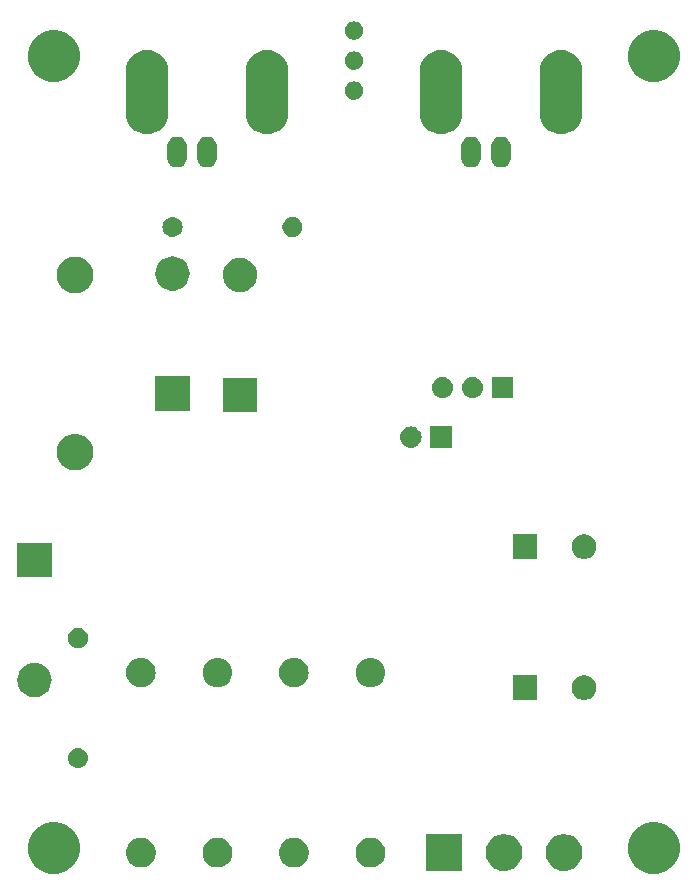
<source format=gbr>
G04 #@! TF.GenerationSoftware,KiCad,Pcbnew,(5.1.2)-2*
G04 #@! TF.CreationDate,2019-08-08T10:37:34+12:00*
G04 #@! TF.ProjectId,Shutter_Driver,53687574-7465-4725-9f44-72697665722e,rev?*
G04 #@! TF.SameCoordinates,Original*
G04 #@! TF.FileFunction,Soldermask,Bot*
G04 #@! TF.FilePolarity,Negative*
%FSLAX46Y46*%
G04 Gerber Fmt 4.6, Leading zero omitted, Abs format (unit mm)*
G04 Created by KiCad (PCBNEW (5.1.2)-2) date 2019-08-08 10:37:34*
%MOMM*%
%LPD*%
G04 APERTURE LIST*
%ADD10C,0.100000*%
G04 APERTURE END LIST*
D10*
G36*
X104274007Y-106341582D02*
G01*
X104674563Y-106507498D01*
X104674565Y-106507499D01*
X105035056Y-106748371D01*
X105341629Y-107054944D01*
X105582501Y-107415435D01*
X105582502Y-107415437D01*
X105748418Y-107815993D01*
X105833000Y-108241219D01*
X105833000Y-108674781D01*
X105748418Y-109100007D01*
X105669136Y-109291410D01*
X105582501Y-109500565D01*
X105341629Y-109861056D01*
X105035056Y-110167629D01*
X104674565Y-110408501D01*
X104674564Y-110408502D01*
X104674563Y-110408502D01*
X104274007Y-110574418D01*
X103848781Y-110659000D01*
X103415219Y-110659000D01*
X102989993Y-110574418D01*
X102589437Y-110408502D01*
X102589436Y-110408502D01*
X102589435Y-110408501D01*
X102228944Y-110167629D01*
X101922371Y-109861056D01*
X101681499Y-109500565D01*
X101594864Y-109291410D01*
X101515582Y-109100007D01*
X101431000Y-108674781D01*
X101431000Y-108241219D01*
X101515582Y-107815993D01*
X101681498Y-107415437D01*
X101681499Y-107415435D01*
X101922371Y-107054944D01*
X102228944Y-106748371D01*
X102589435Y-106507499D01*
X102589437Y-106507498D01*
X102989993Y-106341582D01*
X103415219Y-106257000D01*
X103848781Y-106257000D01*
X104274007Y-106341582D01*
X104274007Y-106341582D01*
G37*
G36*
X53474007Y-106341582D02*
G01*
X53874563Y-106507498D01*
X53874565Y-106507499D01*
X54235056Y-106748371D01*
X54541629Y-107054944D01*
X54782501Y-107415435D01*
X54782502Y-107415437D01*
X54948418Y-107815993D01*
X55033000Y-108241219D01*
X55033000Y-108674781D01*
X54948418Y-109100007D01*
X54869136Y-109291410D01*
X54782501Y-109500565D01*
X54541629Y-109861056D01*
X54235056Y-110167629D01*
X53874565Y-110408501D01*
X53874564Y-110408502D01*
X53874563Y-110408502D01*
X53474007Y-110574418D01*
X53048781Y-110659000D01*
X52615219Y-110659000D01*
X52189993Y-110574418D01*
X51789437Y-110408502D01*
X51789436Y-110408502D01*
X51789435Y-110408501D01*
X51428944Y-110167629D01*
X51122371Y-109861056D01*
X50881499Y-109500565D01*
X50794864Y-109291410D01*
X50715582Y-109100007D01*
X50631000Y-108674781D01*
X50631000Y-108241219D01*
X50715582Y-107815993D01*
X50881498Y-107415437D01*
X50881499Y-107415435D01*
X51122371Y-107054944D01*
X51428944Y-106748371D01*
X51789435Y-106507499D01*
X51789437Y-106507498D01*
X52189993Y-106341582D01*
X52615219Y-106257000D01*
X53048781Y-106257000D01*
X53474007Y-106341582D01*
X53474007Y-106341582D01*
G37*
G36*
X91234585Y-107317802D02*
G01*
X91384410Y-107347604D01*
X91666674Y-107464521D01*
X91920705Y-107634259D01*
X92136741Y-107850295D01*
X92306479Y-108104326D01*
X92423396Y-108386590D01*
X92423396Y-108386591D01*
X92480721Y-108674780D01*
X92483000Y-108686240D01*
X92483000Y-108991760D01*
X92423396Y-109291410D01*
X92306479Y-109573674D01*
X92136741Y-109827705D01*
X91920705Y-110043741D01*
X91666674Y-110213479D01*
X91384410Y-110330396D01*
X91234585Y-110360198D01*
X91084761Y-110390000D01*
X90779239Y-110390000D01*
X90629415Y-110360198D01*
X90479590Y-110330396D01*
X90197326Y-110213479D01*
X89943295Y-110043741D01*
X89727259Y-109827705D01*
X89557521Y-109573674D01*
X89440604Y-109291410D01*
X89381000Y-108991760D01*
X89381000Y-108686240D01*
X89383280Y-108674780D01*
X89440604Y-108386591D01*
X89440604Y-108386590D01*
X89557521Y-108104326D01*
X89727259Y-107850295D01*
X89943295Y-107634259D01*
X90197326Y-107464521D01*
X90479590Y-107347604D01*
X90629415Y-107317802D01*
X90779239Y-107288000D01*
X91084761Y-107288000D01*
X91234585Y-107317802D01*
X91234585Y-107317802D01*
G37*
G36*
X96314585Y-107317802D02*
G01*
X96464410Y-107347604D01*
X96746674Y-107464521D01*
X97000705Y-107634259D01*
X97216741Y-107850295D01*
X97386479Y-108104326D01*
X97503396Y-108386590D01*
X97503396Y-108386591D01*
X97560721Y-108674780D01*
X97563000Y-108686240D01*
X97563000Y-108991760D01*
X97503396Y-109291410D01*
X97386479Y-109573674D01*
X97216741Y-109827705D01*
X97000705Y-110043741D01*
X96746674Y-110213479D01*
X96464410Y-110330396D01*
X96314585Y-110360198D01*
X96164761Y-110390000D01*
X95859239Y-110390000D01*
X95709415Y-110360198D01*
X95559590Y-110330396D01*
X95277326Y-110213479D01*
X95023295Y-110043741D01*
X94807259Y-109827705D01*
X94637521Y-109573674D01*
X94520604Y-109291410D01*
X94461000Y-108991760D01*
X94461000Y-108686240D01*
X94463280Y-108674780D01*
X94520604Y-108386591D01*
X94520604Y-108386590D01*
X94637521Y-108104326D01*
X94807259Y-107850295D01*
X95023295Y-107634259D01*
X95277326Y-107464521D01*
X95559590Y-107347604D01*
X95709415Y-107317802D01*
X95859239Y-107288000D01*
X96164761Y-107288000D01*
X96314585Y-107317802D01*
X96314585Y-107317802D01*
G37*
G36*
X87403000Y-110390000D02*
G01*
X84301000Y-110390000D01*
X84301000Y-107288000D01*
X87403000Y-107288000D01*
X87403000Y-110390000D01*
X87403000Y-110390000D01*
G37*
G36*
X60553773Y-107634259D02*
G01*
X60562903Y-107636075D01*
X60790571Y-107730378D01*
X60995466Y-107867285D01*
X61169715Y-108041534D01*
X61303141Y-108241220D01*
X61306623Y-108246431D01*
X61400925Y-108474097D01*
X61449000Y-108715786D01*
X61449000Y-108962214D01*
X61400925Y-109203903D01*
X61364679Y-109291410D01*
X61306622Y-109431571D01*
X61169715Y-109636466D01*
X60995466Y-109810715D01*
X60790571Y-109947622D01*
X60790570Y-109947623D01*
X60790569Y-109947623D01*
X60562903Y-110041925D01*
X60321214Y-110090000D01*
X60074786Y-110090000D01*
X59833097Y-110041925D01*
X59605431Y-109947623D01*
X59605430Y-109947623D01*
X59605429Y-109947622D01*
X59400534Y-109810715D01*
X59226285Y-109636466D01*
X59089378Y-109431571D01*
X59031322Y-109291410D01*
X58995075Y-109203903D01*
X58947000Y-108962214D01*
X58947000Y-108715786D01*
X58995075Y-108474097D01*
X59089377Y-108246431D01*
X59092859Y-108241220D01*
X59226285Y-108041534D01*
X59400534Y-107867285D01*
X59605429Y-107730378D01*
X59833097Y-107636075D01*
X59842227Y-107634259D01*
X60074786Y-107588000D01*
X60321214Y-107588000D01*
X60553773Y-107634259D01*
X60553773Y-107634259D01*
G37*
G36*
X67030773Y-107634259D02*
G01*
X67039903Y-107636075D01*
X67267571Y-107730378D01*
X67472466Y-107867285D01*
X67646715Y-108041534D01*
X67780141Y-108241220D01*
X67783623Y-108246431D01*
X67877925Y-108474097D01*
X67926000Y-108715786D01*
X67926000Y-108962214D01*
X67877925Y-109203903D01*
X67841679Y-109291410D01*
X67783622Y-109431571D01*
X67646715Y-109636466D01*
X67472466Y-109810715D01*
X67267571Y-109947622D01*
X67267570Y-109947623D01*
X67267569Y-109947623D01*
X67039903Y-110041925D01*
X66798214Y-110090000D01*
X66551786Y-110090000D01*
X66310097Y-110041925D01*
X66082431Y-109947623D01*
X66082430Y-109947623D01*
X66082429Y-109947622D01*
X65877534Y-109810715D01*
X65703285Y-109636466D01*
X65566378Y-109431571D01*
X65508322Y-109291410D01*
X65472075Y-109203903D01*
X65424000Y-108962214D01*
X65424000Y-108715786D01*
X65472075Y-108474097D01*
X65566377Y-108246431D01*
X65569859Y-108241220D01*
X65703285Y-108041534D01*
X65877534Y-107867285D01*
X66082429Y-107730378D01*
X66310097Y-107636075D01*
X66319227Y-107634259D01*
X66551786Y-107588000D01*
X66798214Y-107588000D01*
X67030773Y-107634259D01*
X67030773Y-107634259D01*
G37*
G36*
X73507773Y-107634259D02*
G01*
X73516903Y-107636075D01*
X73744571Y-107730378D01*
X73949466Y-107867285D01*
X74123715Y-108041534D01*
X74257141Y-108241220D01*
X74260623Y-108246431D01*
X74354925Y-108474097D01*
X74403000Y-108715786D01*
X74403000Y-108962214D01*
X74354925Y-109203903D01*
X74318679Y-109291410D01*
X74260622Y-109431571D01*
X74123715Y-109636466D01*
X73949466Y-109810715D01*
X73744571Y-109947622D01*
X73744570Y-109947623D01*
X73744569Y-109947623D01*
X73516903Y-110041925D01*
X73275214Y-110090000D01*
X73028786Y-110090000D01*
X72787097Y-110041925D01*
X72559431Y-109947623D01*
X72559430Y-109947623D01*
X72559429Y-109947622D01*
X72354534Y-109810715D01*
X72180285Y-109636466D01*
X72043378Y-109431571D01*
X71985322Y-109291410D01*
X71949075Y-109203903D01*
X71901000Y-108962214D01*
X71901000Y-108715786D01*
X71949075Y-108474097D01*
X72043377Y-108246431D01*
X72046859Y-108241220D01*
X72180285Y-108041534D01*
X72354534Y-107867285D01*
X72559429Y-107730378D01*
X72787097Y-107636075D01*
X72796227Y-107634259D01*
X73028786Y-107588000D01*
X73275214Y-107588000D01*
X73507773Y-107634259D01*
X73507773Y-107634259D01*
G37*
G36*
X79984773Y-107634259D02*
G01*
X79993903Y-107636075D01*
X80221571Y-107730378D01*
X80426466Y-107867285D01*
X80600715Y-108041534D01*
X80734141Y-108241220D01*
X80737623Y-108246431D01*
X80831925Y-108474097D01*
X80880000Y-108715786D01*
X80880000Y-108962214D01*
X80831925Y-109203903D01*
X80795679Y-109291410D01*
X80737622Y-109431571D01*
X80600715Y-109636466D01*
X80426466Y-109810715D01*
X80221571Y-109947622D01*
X80221570Y-109947623D01*
X80221569Y-109947623D01*
X79993903Y-110041925D01*
X79752214Y-110090000D01*
X79505786Y-110090000D01*
X79264097Y-110041925D01*
X79036431Y-109947623D01*
X79036430Y-109947623D01*
X79036429Y-109947622D01*
X78831534Y-109810715D01*
X78657285Y-109636466D01*
X78520378Y-109431571D01*
X78462322Y-109291410D01*
X78426075Y-109203903D01*
X78378000Y-108962214D01*
X78378000Y-108715786D01*
X78426075Y-108474097D01*
X78520377Y-108246431D01*
X78523859Y-108241220D01*
X78657285Y-108041534D01*
X78831534Y-107867285D01*
X79036429Y-107730378D01*
X79264097Y-107636075D01*
X79273227Y-107634259D01*
X79505786Y-107588000D01*
X79752214Y-107588000D01*
X79984773Y-107634259D01*
X79984773Y-107634259D01*
G37*
G36*
X55030823Y-99999313D02*
G01*
X55191242Y-100047976D01*
X55323906Y-100118886D01*
X55339078Y-100126996D01*
X55468659Y-100233341D01*
X55575004Y-100362922D01*
X55575005Y-100362924D01*
X55654024Y-100510758D01*
X55702687Y-100671177D01*
X55719117Y-100838000D01*
X55702687Y-101004823D01*
X55654024Y-101165242D01*
X55583114Y-101297906D01*
X55575004Y-101313078D01*
X55468659Y-101442659D01*
X55339078Y-101549004D01*
X55339076Y-101549005D01*
X55191242Y-101628024D01*
X55030823Y-101676687D01*
X54905804Y-101689000D01*
X54822196Y-101689000D01*
X54697177Y-101676687D01*
X54536758Y-101628024D01*
X54388924Y-101549005D01*
X54388922Y-101549004D01*
X54259341Y-101442659D01*
X54152996Y-101313078D01*
X54144886Y-101297906D01*
X54073976Y-101165242D01*
X54025313Y-101004823D01*
X54008883Y-100838000D01*
X54025313Y-100671177D01*
X54073976Y-100510758D01*
X54152995Y-100362924D01*
X54152996Y-100362922D01*
X54259341Y-100233341D01*
X54388922Y-100126996D01*
X54404094Y-100118886D01*
X54536758Y-100047976D01*
X54697177Y-99999313D01*
X54822196Y-99987000D01*
X54905804Y-99987000D01*
X55030823Y-99999313D01*
X55030823Y-99999313D01*
G37*
G36*
X98016564Y-93858389D02*
G01*
X98207833Y-93937615D01*
X98207835Y-93937616D01*
X98225701Y-93949554D01*
X98379973Y-94052635D01*
X98526365Y-94199027D01*
X98641385Y-94371167D01*
X98720611Y-94562436D01*
X98761000Y-94765484D01*
X98761000Y-94972516D01*
X98720611Y-95175564D01*
X98683575Y-95264976D01*
X98641384Y-95366835D01*
X98526365Y-95538973D01*
X98379973Y-95685365D01*
X98207835Y-95800384D01*
X98207834Y-95800385D01*
X98207833Y-95800385D01*
X98016564Y-95879611D01*
X97813516Y-95920000D01*
X97606484Y-95920000D01*
X97403436Y-95879611D01*
X97212167Y-95800385D01*
X97212166Y-95800385D01*
X97212165Y-95800384D01*
X97040027Y-95685365D01*
X96893635Y-95538973D01*
X96778616Y-95366835D01*
X96736425Y-95264976D01*
X96699389Y-95175564D01*
X96659000Y-94972516D01*
X96659000Y-94765484D01*
X96699389Y-94562436D01*
X96778615Y-94371167D01*
X96893635Y-94199027D01*
X97040027Y-94052635D01*
X97194299Y-93949554D01*
X97212165Y-93937616D01*
X97212167Y-93937615D01*
X97403436Y-93858389D01*
X97606484Y-93818000D01*
X97813516Y-93818000D01*
X98016564Y-93858389D01*
X98016564Y-93858389D01*
G37*
G36*
X93761000Y-95920000D02*
G01*
X91659000Y-95920000D01*
X91659000Y-93818000D01*
X93761000Y-93818000D01*
X93761000Y-95920000D01*
X93761000Y-95920000D01*
G37*
G36*
X51358861Y-92793498D02*
G01*
X51465446Y-92803995D01*
X51738960Y-92886965D01*
X51738963Y-92886966D01*
X51991028Y-93021698D01*
X51991029Y-93021699D01*
X51991033Y-93021701D01*
X52211976Y-93203024D01*
X52393299Y-93423967D01*
X52393301Y-93423971D01*
X52393302Y-93423972D01*
X52528034Y-93676037D01*
X52528035Y-93676040D01*
X52611005Y-93949554D01*
X52639020Y-94234000D01*
X52611005Y-94518446D01*
X52537619Y-94760366D01*
X52528034Y-94791963D01*
X52497012Y-94850000D01*
X52393299Y-95044033D01*
X52211976Y-95264976D01*
X51991033Y-95446299D01*
X51991029Y-95446301D01*
X51991028Y-95446302D01*
X51738963Y-95581034D01*
X51738960Y-95581035D01*
X51465446Y-95664005D01*
X51358861Y-95674502D01*
X51252278Y-95685000D01*
X51109722Y-95685000D01*
X51003139Y-95674502D01*
X50896554Y-95664005D01*
X50623040Y-95581035D01*
X50623037Y-95581034D01*
X50370972Y-95446302D01*
X50370971Y-95446301D01*
X50370967Y-95446299D01*
X50150024Y-95264976D01*
X49968701Y-95044033D01*
X49864988Y-94850000D01*
X49833966Y-94791963D01*
X49824381Y-94760366D01*
X49750995Y-94518446D01*
X49722980Y-94234000D01*
X49750995Y-93949554D01*
X49833965Y-93676040D01*
X49833966Y-93676037D01*
X49968698Y-93423972D01*
X49968699Y-93423971D01*
X49968701Y-93423967D01*
X50150024Y-93203024D01*
X50370967Y-93021701D01*
X50370971Y-93021699D01*
X50370972Y-93021698D01*
X50623037Y-92886966D01*
X50623040Y-92886965D01*
X50896554Y-92803995D01*
X51003139Y-92793498D01*
X51109722Y-92783000D01*
X51252278Y-92783000D01*
X51358861Y-92793498D01*
X51358861Y-92793498D01*
G37*
G36*
X79874239Y-92366101D02*
G01*
X80110053Y-92437634D01*
X80327381Y-92553799D01*
X80517871Y-92710129D01*
X80674201Y-92900619D01*
X80790366Y-93117947D01*
X80861899Y-93353761D01*
X80886053Y-93599000D01*
X80861899Y-93844239D01*
X80790366Y-94080053D01*
X80674201Y-94297381D01*
X80517871Y-94487871D01*
X80327381Y-94644201D01*
X80110053Y-94760366D01*
X79874239Y-94831899D01*
X79690457Y-94850000D01*
X79567543Y-94850000D01*
X79383761Y-94831899D01*
X79147947Y-94760366D01*
X78930619Y-94644201D01*
X78740129Y-94487871D01*
X78583799Y-94297381D01*
X78467634Y-94080053D01*
X78396101Y-93844239D01*
X78371947Y-93599000D01*
X78396101Y-93353761D01*
X78467634Y-93117947D01*
X78583799Y-92900619D01*
X78740129Y-92710129D01*
X78930619Y-92553799D01*
X79147947Y-92437634D01*
X79383761Y-92366101D01*
X79567543Y-92348000D01*
X79690457Y-92348000D01*
X79874239Y-92366101D01*
X79874239Y-92366101D01*
G37*
G36*
X60443239Y-92366101D02*
G01*
X60679053Y-92437634D01*
X60896381Y-92553799D01*
X61086871Y-92710129D01*
X61243201Y-92900619D01*
X61359366Y-93117947D01*
X61430899Y-93353761D01*
X61455053Y-93599000D01*
X61430899Y-93844239D01*
X61359366Y-94080053D01*
X61243201Y-94297381D01*
X61086871Y-94487871D01*
X60896381Y-94644201D01*
X60679053Y-94760366D01*
X60443239Y-94831899D01*
X60259457Y-94850000D01*
X60136543Y-94850000D01*
X59952761Y-94831899D01*
X59716947Y-94760366D01*
X59499619Y-94644201D01*
X59309129Y-94487871D01*
X59152799Y-94297381D01*
X59036634Y-94080053D01*
X58965101Y-93844239D01*
X58940947Y-93599000D01*
X58965101Y-93353761D01*
X59036634Y-93117947D01*
X59152799Y-92900619D01*
X59309129Y-92710129D01*
X59499619Y-92553799D01*
X59716947Y-92437634D01*
X59952761Y-92366101D01*
X60136543Y-92348000D01*
X60259457Y-92348000D01*
X60443239Y-92366101D01*
X60443239Y-92366101D01*
G37*
G36*
X66920239Y-92366101D02*
G01*
X67156053Y-92437634D01*
X67373381Y-92553799D01*
X67563871Y-92710129D01*
X67720201Y-92900619D01*
X67836366Y-93117947D01*
X67907899Y-93353761D01*
X67932053Y-93599000D01*
X67907899Y-93844239D01*
X67836366Y-94080053D01*
X67720201Y-94297381D01*
X67563871Y-94487871D01*
X67373381Y-94644201D01*
X67156053Y-94760366D01*
X66920239Y-94831899D01*
X66736457Y-94850000D01*
X66613543Y-94850000D01*
X66429761Y-94831899D01*
X66193947Y-94760366D01*
X65976619Y-94644201D01*
X65786129Y-94487871D01*
X65629799Y-94297381D01*
X65513634Y-94080053D01*
X65442101Y-93844239D01*
X65417947Y-93599000D01*
X65442101Y-93353761D01*
X65513634Y-93117947D01*
X65629799Y-92900619D01*
X65786129Y-92710129D01*
X65976619Y-92553799D01*
X66193947Y-92437634D01*
X66429761Y-92366101D01*
X66613543Y-92348000D01*
X66736457Y-92348000D01*
X66920239Y-92366101D01*
X66920239Y-92366101D01*
G37*
G36*
X73397239Y-92366101D02*
G01*
X73633053Y-92437634D01*
X73850381Y-92553799D01*
X74040871Y-92710129D01*
X74197201Y-92900619D01*
X74313366Y-93117947D01*
X74384899Y-93353761D01*
X74409053Y-93599000D01*
X74384899Y-93844239D01*
X74313366Y-94080053D01*
X74197201Y-94297381D01*
X74040871Y-94487871D01*
X73850381Y-94644201D01*
X73633053Y-94760366D01*
X73397239Y-94831899D01*
X73213457Y-94850000D01*
X73090543Y-94850000D01*
X72906761Y-94831899D01*
X72670947Y-94760366D01*
X72453619Y-94644201D01*
X72263129Y-94487871D01*
X72106799Y-94297381D01*
X71990634Y-94080053D01*
X71919101Y-93844239D01*
X71894947Y-93599000D01*
X71919101Y-93353761D01*
X71990634Y-93117947D01*
X72106799Y-92900619D01*
X72263129Y-92710129D01*
X72453619Y-92553799D01*
X72670947Y-92437634D01*
X72906761Y-92366101D01*
X73090543Y-92348000D01*
X73213457Y-92348000D01*
X73397239Y-92366101D01*
X73397239Y-92366101D01*
G37*
G36*
X55112228Y-89859703D02*
G01*
X55267100Y-89923853D01*
X55406481Y-90016985D01*
X55525015Y-90135519D01*
X55618147Y-90274900D01*
X55682297Y-90429772D01*
X55715000Y-90594184D01*
X55715000Y-90761816D01*
X55682297Y-90926228D01*
X55618147Y-91081100D01*
X55525015Y-91220481D01*
X55406481Y-91339015D01*
X55267100Y-91432147D01*
X55112228Y-91496297D01*
X54947816Y-91529000D01*
X54780184Y-91529000D01*
X54615772Y-91496297D01*
X54460900Y-91432147D01*
X54321519Y-91339015D01*
X54202985Y-91220481D01*
X54109853Y-91081100D01*
X54045703Y-90926228D01*
X54013000Y-90761816D01*
X54013000Y-90594184D01*
X54045703Y-90429772D01*
X54109853Y-90274900D01*
X54202985Y-90135519D01*
X54321519Y-90016985D01*
X54460900Y-89923853D01*
X54615772Y-89859703D01*
X54780184Y-89827000D01*
X54947816Y-89827000D01*
X55112228Y-89859703D01*
X55112228Y-89859703D01*
G37*
G36*
X52632000Y-85525000D02*
G01*
X49730000Y-85525000D01*
X49730000Y-82623000D01*
X52632000Y-82623000D01*
X52632000Y-85525000D01*
X52632000Y-85525000D01*
G37*
G36*
X93761000Y-83982000D02*
G01*
X91659000Y-83982000D01*
X91659000Y-81880000D01*
X93761000Y-81880000D01*
X93761000Y-83982000D01*
X93761000Y-83982000D01*
G37*
G36*
X98016564Y-81920389D02*
G01*
X98207833Y-81999615D01*
X98207835Y-81999616D01*
X98379973Y-82114635D01*
X98526365Y-82261027D01*
X98641385Y-82433167D01*
X98720611Y-82624436D01*
X98761000Y-82827484D01*
X98761000Y-83034516D01*
X98720611Y-83237564D01*
X98641385Y-83428833D01*
X98641384Y-83428835D01*
X98526365Y-83600973D01*
X98379973Y-83747365D01*
X98207835Y-83862384D01*
X98207834Y-83862385D01*
X98207833Y-83862385D01*
X98016564Y-83941611D01*
X97813516Y-83982000D01*
X97606484Y-83982000D01*
X97403436Y-83941611D01*
X97212167Y-83862385D01*
X97212166Y-83862385D01*
X97212165Y-83862384D01*
X97040027Y-83747365D01*
X96893635Y-83600973D01*
X96778616Y-83428835D01*
X96778615Y-83428833D01*
X96699389Y-83237564D01*
X96659000Y-83034516D01*
X96659000Y-82827484D01*
X96699389Y-82624436D01*
X96778615Y-82433167D01*
X96893635Y-82261027D01*
X97040027Y-82114635D01*
X97212165Y-81999616D01*
X97212167Y-81999615D01*
X97403436Y-81920389D01*
X97606484Y-81880000D01*
X97813516Y-81880000D01*
X98016564Y-81920389D01*
X98016564Y-81920389D01*
G37*
G36*
X54912585Y-73415802D02*
G01*
X55062410Y-73445604D01*
X55344674Y-73562521D01*
X55598705Y-73732259D01*
X55814741Y-73948295D01*
X55984479Y-74202326D01*
X56101396Y-74484590D01*
X56161000Y-74784240D01*
X56161000Y-75089760D01*
X56101396Y-75389410D01*
X55984479Y-75671674D01*
X55814741Y-75925705D01*
X55598705Y-76141741D01*
X55344674Y-76311479D01*
X55062410Y-76428396D01*
X54912585Y-76458198D01*
X54762761Y-76488000D01*
X54457239Y-76488000D01*
X54307415Y-76458198D01*
X54157590Y-76428396D01*
X53875326Y-76311479D01*
X53621295Y-76141741D01*
X53405259Y-75925705D01*
X53235521Y-75671674D01*
X53118604Y-75389410D01*
X53059000Y-75089760D01*
X53059000Y-74784240D01*
X53118604Y-74484590D01*
X53235521Y-74202326D01*
X53405259Y-73948295D01*
X53621295Y-73732259D01*
X53875326Y-73562521D01*
X54157590Y-73445604D01*
X54307415Y-73415802D01*
X54457239Y-73386000D01*
X54762761Y-73386000D01*
X54912585Y-73415802D01*
X54912585Y-73415802D01*
G37*
G36*
X83168442Y-72765518D02*
G01*
X83234627Y-72772037D01*
X83404466Y-72823557D01*
X83560991Y-72907222D01*
X83596729Y-72936552D01*
X83698186Y-73019814D01*
X83781448Y-73121271D01*
X83810778Y-73157009D01*
X83894443Y-73313534D01*
X83945963Y-73483373D01*
X83963359Y-73660000D01*
X83945963Y-73836627D01*
X83894443Y-74006466D01*
X83810778Y-74162991D01*
X83781448Y-74198729D01*
X83698186Y-74300186D01*
X83596729Y-74383448D01*
X83560991Y-74412778D01*
X83404466Y-74496443D01*
X83234627Y-74547963D01*
X83168442Y-74554482D01*
X83102260Y-74561000D01*
X83013740Y-74561000D01*
X82947558Y-74554482D01*
X82881373Y-74547963D01*
X82711534Y-74496443D01*
X82555009Y-74412778D01*
X82519271Y-74383448D01*
X82417814Y-74300186D01*
X82334552Y-74198729D01*
X82305222Y-74162991D01*
X82221557Y-74006466D01*
X82170037Y-73836627D01*
X82152641Y-73660000D01*
X82170037Y-73483373D01*
X82221557Y-73313534D01*
X82305222Y-73157009D01*
X82334552Y-73121271D01*
X82417814Y-73019814D01*
X82519271Y-72936552D01*
X82555009Y-72907222D01*
X82711534Y-72823557D01*
X82881373Y-72772037D01*
X82947558Y-72765518D01*
X83013740Y-72759000D01*
X83102260Y-72759000D01*
X83168442Y-72765518D01*
X83168442Y-72765518D01*
G37*
G36*
X86499000Y-74561000D02*
G01*
X84697000Y-74561000D01*
X84697000Y-72759000D01*
X86499000Y-72759000D01*
X86499000Y-74561000D01*
X86499000Y-74561000D01*
G37*
G36*
X70031000Y-71555000D02*
G01*
X67129000Y-71555000D01*
X67129000Y-68653000D01*
X70031000Y-68653000D01*
X70031000Y-71555000D01*
X70031000Y-71555000D01*
G37*
G36*
X64316000Y-71428000D02*
G01*
X61414000Y-71428000D01*
X61414000Y-68526000D01*
X64316000Y-68526000D01*
X64316000Y-71428000D01*
X64316000Y-71428000D01*
G37*
G36*
X91706000Y-70370000D02*
G01*
X89904000Y-70370000D01*
X89904000Y-68568000D01*
X91706000Y-68568000D01*
X91706000Y-70370000D01*
X91706000Y-70370000D01*
G37*
G36*
X88375442Y-68574518D02*
G01*
X88441627Y-68581037D01*
X88611466Y-68632557D01*
X88767991Y-68716222D01*
X88803729Y-68745552D01*
X88905186Y-68828814D01*
X88988448Y-68930271D01*
X89017778Y-68966009D01*
X89101443Y-69122534D01*
X89152963Y-69292373D01*
X89170359Y-69469000D01*
X89152963Y-69645627D01*
X89101443Y-69815466D01*
X89017778Y-69971991D01*
X88988448Y-70007729D01*
X88905186Y-70109186D01*
X88803729Y-70192448D01*
X88767991Y-70221778D01*
X88611466Y-70305443D01*
X88441627Y-70356963D01*
X88375443Y-70363481D01*
X88309260Y-70370000D01*
X88220740Y-70370000D01*
X88154557Y-70363481D01*
X88088373Y-70356963D01*
X87918534Y-70305443D01*
X87762009Y-70221778D01*
X87726271Y-70192448D01*
X87624814Y-70109186D01*
X87541552Y-70007729D01*
X87512222Y-69971991D01*
X87428557Y-69815466D01*
X87377037Y-69645627D01*
X87359641Y-69469000D01*
X87377037Y-69292373D01*
X87428557Y-69122534D01*
X87512222Y-68966009D01*
X87541552Y-68930271D01*
X87624814Y-68828814D01*
X87726271Y-68745552D01*
X87762009Y-68716222D01*
X87918534Y-68632557D01*
X88088373Y-68581037D01*
X88154558Y-68574518D01*
X88220740Y-68568000D01*
X88309260Y-68568000D01*
X88375442Y-68574518D01*
X88375442Y-68574518D01*
G37*
G36*
X85835442Y-68574518D02*
G01*
X85901627Y-68581037D01*
X86071466Y-68632557D01*
X86227991Y-68716222D01*
X86263729Y-68745552D01*
X86365186Y-68828814D01*
X86448448Y-68930271D01*
X86477778Y-68966009D01*
X86561443Y-69122534D01*
X86612963Y-69292373D01*
X86630359Y-69469000D01*
X86612963Y-69645627D01*
X86561443Y-69815466D01*
X86477778Y-69971991D01*
X86448448Y-70007729D01*
X86365186Y-70109186D01*
X86263729Y-70192448D01*
X86227991Y-70221778D01*
X86071466Y-70305443D01*
X85901627Y-70356963D01*
X85835443Y-70363481D01*
X85769260Y-70370000D01*
X85680740Y-70370000D01*
X85614557Y-70363481D01*
X85548373Y-70356963D01*
X85378534Y-70305443D01*
X85222009Y-70221778D01*
X85186271Y-70192448D01*
X85084814Y-70109186D01*
X85001552Y-70007729D01*
X84972222Y-69971991D01*
X84888557Y-69815466D01*
X84837037Y-69645627D01*
X84819641Y-69469000D01*
X84837037Y-69292373D01*
X84888557Y-69122534D01*
X84972222Y-68966009D01*
X85001552Y-68930271D01*
X85084814Y-68828814D01*
X85186271Y-68745552D01*
X85222009Y-68716222D01*
X85378534Y-68632557D01*
X85548373Y-68581037D01*
X85614558Y-68574518D01*
X85680740Y-68568000D01*
X85769260Y-68568000D01*
X85835442Y-68574518D01*
X85835442Y-68574518D01*
G37*
G36*
X54912585Y-58415802D02*
G01*
X55062410Y-58445604D01*
X55344674Y-58562521D01*
X55598705Y-58732259D01*
X55814741Y-58948295D01*
X55984479Y-59202326D01*
X56101396Y-59484590D01*
X56161000Y-59784240D01*
X56161000Y-60089760D01*
X56101396Y-60389410D01*
X55984479Y-60671674D01*
X55814741Y-60925705D01*
X55598705Y-61141741D01*
X55344674Y-61311479D01*
X55062410Y-61428396D01*
X54912585Y-61458198D01*
X54762761Y-61488000D01*
X54457239Y-61488000D01*
X54307415Y-61458198D01*
X54157590Y-61428396D01*
X53875326Y-61311479D01*
X53621295Y-61141741D01*
X53405259Y-60925705D01*
X53235521Y-60671674D01*
X53118604Y-60389410D01*
X53059000Y-60089760D01*
X53059000Y-59784240D01*
X53118604Y-59484590D01*
X53235521Y-59202326D01*
X53405259Y-58948295D01*
X53621295Y-58732259D01*
X53875326Y-58562521D01*
X54157590Y-58445604D01*
X54307415Y-58415802D01*
X54457239Y-58386000D01*
X54762761Y-58386000D01*
X54912585Y-58415802D01*
X54912585Y-58415802D01*
G37*
G36*
X68757861Y-58503497D02*
G01*
X68864446Y-58513995D01*
X69137960Y-58596965D01*
X69137963Y-58596966D01*
X69390028Y-58731698D01*
X69390029Y-58731699D01*
X69390033Y-58731701D01*
X69610976Y-58913024D01*
X69792299Y-59133967D01*
X69792301Y-59133971D01*
X69792302Y-59133972D01*
X69927034Y-59386037D01*
X69927035Y-59386040D01*
X70010005Y-59659554D01*
X70038020Y-59944000D01*
X70010005Y-60228446D01*
X69965560Y-60374960D01*
X69927034Y-60501963D01*
X69860185Y-60627028D01*
X69792299Y-60754033D01*
X69610976Y-60974976D01*
X69390033Y-61156299D01*
X69390029Y-61156301D01*
X69390028Y-61156302D01*
X69137963Y-61291034D01*
X69137960Y-61291035D01*
X68864446Y-61374005D01*
X68757861Y-61384502D01*
X68651278Y-61395000D01*
X68508722Y-61395000D01*
X68402139Y-61384502D01*
X68295554Y-61374005D01*
X68022040Y-61291035D01*
X68022037Y-61291034D01*
X67769972Y-61156302D01*
X67769971Y-61156301D01*
X67769967Y-61156299D01*
X67549024Y-60974976D01*
X67367701Y-60754033D01*
X67299815Y-60627028D01*
X67232966Y-60501963D01*
X67194440Y-60374960D01*
X67149995Y-60228446D01*
X67121980Y-59944000D01*
X67149995Y-59659554D01*
X67232965Y-59386040D01*
X67232966Y-59386037D01*
X67367698Y-59133972D01*
X67367699Y-59133971D01*
X67367701Y-59133967D01*
X67549024Y-58913024D01*
X67769967Y-58731701D01*
X67769971Y-58731699D01*
X67769972Y-58731698D01*
X68022037Y-58596966D01*
X68022040Y-58596965D01*
X68295554Y-58513995D01*
X68402139Y-58503497D01*
X68508722Y-58493000D01*
X68651278Y-58493000D01*
X68757861Y-58503497D01*
X68757861Y-58503497D01*
G37*
G36*
X63042861Y-58376498D02*
G01*
X63149446Y-58386995D01*
X63422960Y-58469965D01*
X63422963Y-58469966D01*
X63675028Y-58604698D01*
X63675029Y-58604699D01*
X63675033Y-58604701D01*
X63895976Y-58786024D01*
X64077299Y-59006967D01*
X64077301Y-59006971D01*
X64077302Y-59006972D01*
X64212034Y-59259037D01*
X64212035Y-59259040D01*
X64295005Y-59532554D01*
X64323020Y-59817000D01*
X64295005Y-60101446D01*
X64212035Y-60374960D01*
X64212034Y-60374963D01*
X64077302Y-60627028D01*
X64077299Y-60627033D01*
X63895976Y-60847976D01*
X63675033Y-61029299D01*
X63675029Y-61029301D01*
X63675028Y-61029302D01*
X63422963Y-61164034D01*
X63422960Y-61164035D01*
X63149446Y-61247005D01*
X63042861Y-61257502D01*
X62936278Y-61268000D01*
X62793722Y-61268000D01*
X62687139Y-61257502D01*
X62580554Y-61247005D01*
X62307040Y-61164035D01*
X62307037Y-61164034D01*
X62054972Y-61029302D01*
X62054971Y-61029301D01*
X62054967Y-61029299D01*
X61834024Y-60847976D01*
X61652701Y-60627033D01*
X61652698Y-60627028D01*
X61517966Y-60374963D01*
X61517965Y-60374960D01*
X61434995Y-60101446D01*
X61406980Y-59817000D01*
X61434995Y-59532554D01*
X61517965Y-59259040D01*
X61517966Y-59259037D01*
X61652698Y-59006972D01*
X61652699Y-59006971D01*
X61652701Y-59006967D01*
X61834024Y-58786024D01*
X62054967Y-58604701D01*
X62054971Y-58604699D01*
X62054972Y-58604698D01*
X62307037Y-58469966D01*
X62307040Y-58469965D01*
X62580554Y-58386995D01*
X62687139Y-58376498D01*
X62793722Y-58366000D01*
X62936278Y-58366000D01*
X63042861Y-58376498D01*
X63042861Y-58376498D01*
G37*
G36*
X73273228Y-55061703D02*
G01*
X73428100Y-55125853D01*
X73567481Y-55218985D01*
X73686015Y-55337519D01*
X73779147Y-55476900D01*
X73843297Y-55631772D01*
X73876000Y-55796184D01*
X73876000Y-55963816D01*
X73843297Y-56128228D01*
X73779147Y-56283100D01*
X73686015Y-56422481D01*
X73567481Y-56541015D01*
X73428100Y-56634147D01*
X73273228Y-56698297D01*
X73108816Y-56731000D01*
X72941184Y-56731000D01*
X72776772Y-56698297D01*
X72621900Y-56634147D01*
X72482519Y-56541015D01*
X72363985Y-56422481D01*
X72270853Y-56283100D01*
X72206703Y-56128228D01*
X72174000Y-55963816D01*
X72174000Y-55796184D01*
X72206703Y-55631772D01*
X72270853Y-55476900D01*
X72363985Y-55337519D01*
X72482519Y-55218985D01*
X72621900Y-55125853D01*
X72776772Y-55061703D01*
X72941184Y-55029000D01*
X73108816Y-55029000D01*
X73273228Y-55061703D01*
X73273228Y-55061703D01*
G37*
G36*
X63031823Y-55041313D02*
G01*
X63192242Y-55089976D01*
X63259361Y-55125852D01*
X63340078Y-55168996D01*
X63469659Y-55275341D01*
X63576004Y-55404922D01*
X63576005Y-55404924D01*
X63655024Y-55552758D01*
X63703687Y-55713177D01*
X63720117Y-55880000D01*
X63703687Y-56046823D01*
X63655024Y-56207242D01*
X63614477Y-56283100D01*
X63576004Y-56355078D01*
X63469659Y-56484659D01*
X63340078Y-56591004D01*
X63340076Y-56591005D01*
X63192242Y-56670024D01*
X63031823Y-56718687D01*
X62906804Y-56731000D01*
X62823196Y-56731000D01*
X62698177Y-56718687D01*
X62537758Y-56670024D01*
X62389924Y-56591005D01*
X62389922Y-56591004D01*
X62260341Y-56484659D01*
X62153996Y-56355078D01*
X62115523Y-56283100D01*
X62074976Y-56207242D01*
X62026313Y-56046823D01*
X62009883Y-55880000D01*
X62026313Y-55713177D01*
X62074976Y-55552758D01*
X62153995Y-55404924D01*
X62153996Y-55404922D01*
X62260341Y-55275341D01*
X62389922Y-55168996D01*
X62470639Y-55125852D01*
X62537758Y-55089976D01*
X62698177Y-55041313D01*
X62823196Y-55029000D01*
X62906804Y-55029000D01*
X63031823Y-55041313D01*
X63031823Y-55041313D01*
G37*
G36*
X90844822Y-48241313D02*
G01*
X91005241Y-48289976D01*
X91153077Y-48368995D01*
X91282659Y-48475341D01*
X91389004Y-48604922D01*
X91389005Y-48604924D01*
X91468024Y-48752758D01*
X91516687Y-48913177D01*
X91529000Y-49038196D01*
X91529000Y-50021803D01*
X91516687Y-50146823D01*
X91468024Y-50307242D01*
X91397114Y-50439906D01*
X91389004Y-50455078D01*
X91282659Y-50584659D01*
X91153078Y-50691004D01*
X91153076Y-50691005D01*
X91005242Y-50770024D01*
X90844823Y-50818687D01*
X90678000Y-50835117D01*
X90511178Y-50818687D01*
X90350759Y-50770024D01*
X90202925Y-50691005D01*
X90202923Y-50691004D01*
X90073342Y-50584659D01*
X89966997Y-50455078D01*
X89958887Y-50439906D01*
X89887977Y-50307242D01*
X89839314Y-50146823D01*
X89827000Y-50021803D01*
X89827000Y-49038197D01*
X89839313Y-48913178D01*
X89887976Y-48752759D01*
X89966995Y-48604923D01*
X90073341Y-48475341D01*
X90202922Y-48368996D01*
X90218094Y-48360886D01*
X90350758Y-48289976D01*
X90511177Y-48241313D01*
X90678000Y-48224883D01*
X90844822Y-48241313D01*
X90844822Y-48241313D01*
G37*
G36*
X65952822Y-48241313D02*
G01*
X66113241Y-48289976D01*
X66261077Y-48368995D01*
X66390659Y-48475341D01*
X66497004Y-48604922D01*
X66497005Y-48604924D01*
X66576024Y-48752758D01*
X66624687Y-48913177D01*
X66637000Y-49038196D01*
X66637000Y-50021803D01*
X66624687Y-50146823D01*
X66576024Y-50307242D01*
X66505114Y-50439906D01*
X66497004Y-50455078D01*
X66390659Y-50584659D01*
X66261078Y-50691004D01*
X66261076Y-50691005D01*
X66113242Y-50770024D01*
X65952823Y-50818687D01*
X65786000Y-50835117D01*
X65619178Y-50818687D01*
X65458759Y-50770024D01*
X65310925Y-50691005D01*
X65310923Y-50691004D01*
X65181342Y-50584659D01*
X65074997Y-50455078D01*
X65066887Y-50439906D01*
X64995977Y-50307242D01*
X64947314Y-50146823D01*
X64935000Y-50021803D01*
X64935000Y-49038197D01*
X64947313Y-48913178D01*
X64995976Y-48752759D01*
X65074995Y-48604923D01*
X65181341Y-48475341D01*
X65310922Y-48368996D01*
X65326094Y-48360886D01*
X65458758Y-48289976D01*
X65619177Y-48241313D01*
X65786000Y-48224883D01*
X65952822Y-48241313D01*
X65952822Y-48241313D01*
G37*
G36*
X63412822Y-48241313D02*
G01*
X63573241Y-48289976D01*
X63721077Y-48368995D01*
X63850659Y-48475341D01*
X63957004Y-48604922D01*
X63957005Y-48604924D01*
X64036024Y-48752758D01*
X64084687Y-48913177D01*
X64097000Y-49038196D01*
X64097000Y-50021803D01*
X64084687Y-50146823D01*
X64036024Y-50307242D01*
X63965114Y-50439906D01*
X63957004Y-50455078D01*
X63850659Y-50584659D01*
X63721078Y-50691004D01*
X63721076Y-50691005D01*
X63573242Y-50770024D01*
X63412823Y-50818687D01*
X63246000Y-50835117D01*
X63079178Y-50818687D01*
X62918759Y-50770024D01*
X62770925Y-50691005D01*
X62770923Y-50691004D01*
X62641342Y-50584659D01*
X62534997Y-50455078D01*
X62526887Y-50439906D01*
X62455977Y-50307242D01*
X62407314Y-50146823D01*
X62395000Y-50021803D01*
X62395000Y-49038197D01*
X62407313Y-48913178D01*
X62455976Y-48752759D01*
X62534995Y-48604923D01*
X62641341Y-48475341D01*
X62770922Y-48368996D01*
X62786094Y-48360886D01*
X62918758Y-48289976D01*
X63079177Y-48241313D01*
X63246000Y-48224883D01*
X63412822Y-48241313D01*
X63412822Y-48241313D01*
G37*
G36*
X88304822Y-48241313D02*
G01*
X88465241Y-48289976D01*
X88613077Y-48368995D01*
X88742659Y-48475341D01*
X88849004Y-48604922D01*
X88849005Y-48604924D01*
X88928024Y-48752758D01*
X88976687Y-48913177D01*
X88989000Y-49038196D01*
X88989000Y-50021803D01*
X88976687Y-50146823D01*
X88928024Y-50307242D01*
X88857114Y-50439906D01*
X88849004Y-50455078D01*
X88742659Y-50584659D01*
X88613078Y-50691004D01*
X88613076Y-50691005D01*
X88465242Y-50770024D01*
X88304823Y-50818687D01*
X88138000Y-50835117D01*
X87971178Y-50818687D01*
X87810759Y-50770024D01*
X87662925Y-50691005D01*
X87662923Y-50691004D01*
X87533342Y-50584659D01*
X87426997Y-50455078D01*
X87418887Y-50439906D01*
X87347977Y-50307242D01*
X87299314Y-50146823D01*
X87287000Y-50021803D01*
X87287000Y-49038197D01*
X87299313Y-48913178D01*
X87347976Y-48752759D01*
X87426995Y-48604923D01*
X87533341Y-48475341D01*
X87662922Y-48368996D01*
X87678094Y-48360886D01*
X87810758Y-48289976D01*
X87971177Y-48241313D01*
X88138000Y-48224883D01*
X88304822Y-48241313D01*
X88304822Y-48241313D01*
G37*
G36*
X85951057Y-40925059D02*
G01*
X86290547Y-41028042D01*
X86290549Y-41028043D01*
X86603423Y-41195277D01*
X86877661Y-41420339D01*
X87102723Y-41694578D01*
X87109396Y-41707063D01*
X87269958Y-42007452D01*
X87372941Y-42346942D01*
X87399000Y-42611525D01*
X87399000Y-46288475D01*
X87372941Y-46553058D01*
X87269958Y-46892548D01*
X87269957Y-46892550D01*
X87102723Y-47205422D01*
X86877661Y-47479661D01*
X86603422Y-47704723D01*
X86290550Y-47871957D01*
X86290548Y-47871958D01*
X85951058Y-47974941D01*
X85598000Y-48009714D01*
X85244943Y-47974941D01*
X84905453Y-47871958D01*
X84905451Y-47871957D01*
X84592579Y-47704723D01*
X84318340Y-47479661D01*
X84093278Y-47205422D01*
X83926044Y-46892550D01*
X83926043Y-46892548D01*
X83823060Y-46553058D01*
X83797001Y-46288475D01*
X83797000Y-42611526D01*
X83823059Y-42346943D01*
X83926042Y-42007453D01*
X84005425Y-41858938D01*
X84093277Y-41694577D01*
X84318339Y-41420339D01*
X84592578Y-41195277D01*
X84905450Y-41028043D01*
X84905452Y-41028042D01*
X85244942Y-40925059D01*
X85598000Y-40890286D01*
X85951057Y-40925059D01*
X85951057Y-40925059D01*
G37*
G36*
X96111057Y-40925059D02*
G01*
X96450547Y-41028042D01*
X96450549Y-41028043D01*
X96763423Y-41195277D01*
X97037661Y-41420339D01*
X97262723Y-41694578D01*
X97269396Y-41707063D01*
X97429958Y-42007452D01*
X97532941Y-42346942D01*
X97559000Y-42611525D01*
X97559000Y-46288475D01*
X97532941Y-46553058D01*
X97429958Y-46892548D01*
X97429957Y-46892550D01*
X97262723Y-47205422D01*
X97037661Y-47479661D01*
X96763422Y-47704723D01*
X96450550Y-47871957D01*
X96450548Y-47871958D01*
X96111058Y-47974941D01*
X95758000Y-48009714D01*
X95404943Y-47974941D01*
X95065453Y-47871958D01*
X95065451Y-47871957D01*
X94752579Y-47704723D01*
X94478340Y-47479661D01*
X94253278Y-47205422D01*
X94086044Y-46892550D01*
X94086043Y-46892548D01*
X93983060Y-46553058D01*
X93957001Y-46288475D01*
X93957000Y-42611526D01*
X93983059Y-42346943D01*
X94086042Y-42007453D01*
X94165425Y-41858938D01*
X94253277Y-41694577D01*
X94478339Y-41420339D01*
X94752578Y-41195277D01*
X95065450Y-41028043D01*
X95065452Y-41028042D01*
X95404942Y-40925059D01*
X95758000Y-40890286D01*
X96111057Y-40925059D01*
X96111057Y-40925059D01*
G37*
G36*
X71219057Y-40925059D02*
G01*
X71558547Y-41028042D01*
X71558549Y-41028043D01*
X71871423Y-41195277D01*
X72145661Y-41420339D01*
X72370723Y-41694578D01*
X72377396Y-41707063D01*
X72537958Y-42007452D01*
X72640941Y-42346942D01*
X72667000Y-42611525D01*
X72667000Y-46288475D01*
X72640941Y-46553058D01*
X72537958Y-46892548D01*
X72537957Y-46892550D01*
X72370723Y-47205422D01*
X72145661Y-47479661D01*
X71871422Y-47704723D01*
X71558550Y-47871957D01*
X71558548Y-47871958D01*
X71219058Y-47974941D01*
X70866000Y-48009714D01*
X70512943Y-47974941D01*
X70173453Y-47871958D01*
X70173451Y-47871957D01*
X69860579Y-47704723D01*
X69586340Y-47479661D01*
X69361278Y-47205422D01*
X69194044Y-46892550D01*
X69194043Y-46892548D01*
X69091060Y-46553058D01*
X69065001Y-46288475D01*
X69065000Y-42611526D01*
X69091059Y-42346943D01*
X69194042Y-42007453D01*
X69273425Y-41858938D01*
X69361277Y-41694577D01*
X69586339Y-41420339D01*
X69860578Y-41195277D01*
X70173450Y-41028043D01*
X70173452Y-41028042D01*
X70512942Y-40925059D01*
X70866000Y-40890286D01*
X71219057Y-40925059D01*
X71219057Y-40925059D01*
G37*
G36*
X61059057Y-40925059D02*
G01*
X61398547Y-41028042D01*
X61398549Y-41028043D01*
X61711423Y-41195277D01*
X61985661Y-41420339D01*
X62210723Y-41694578D01*
X62217396Y-41707063D01*
X62377958Y-42007452D01*
X62480941Y-42346942D01*
X62507000Y-42611525D01*
X62507000Y-46288475D01*
X62480941Y-46553058D01*
X62377958Y-46892548D01*
X62377957Y-46892550D01*
X62210723Y-47205422D01*
X61985661Y-47479661D01*
X61711422Y-47704723D01*
X61398550Y-47871957D01*
X61398548Y-47871958D01*
X61059058Y-47974941D01*
X60706000Y-48009714D01*
X60352943Y-47974941D01*
X60013453Y-47871958D01*
X60013451Y-47871957D01*
X59700579Y-47704723D01*
X59426340Y-47479661D01*
X59201278Y-47205422D01*
X59034044Y-46892550D01*
X59034043Y-46892548D01*
X58931060Y-46553058D01*
X58905001Y-46288475D01*
X58905000Y-42611526D01*
X58931059Y-42346943D01*
X59034042Y-42007453D01*
X59113425Y-41858938D01*
X59201277Y-41694577D01*
X59426339Y-41420339D01*
X59700578Y-41195277D01*
X60013450Y-41028043D01*
X60013452Y-41028042D01*
X60352942Y-40925059D01*
X60706000Y-40890286D01*
X61059057Y-40925059D01*
X61059057Y-40925059D01*
G37*
G36*
X78357589Y-43561876D02*
G01*
X78456893Y-43581629D01*
X78597206Y-43639748D01*
X78723484Y-43724125D01*
X78830875Y-43831516D01*
X78915252Y-43957794D01*
X78973371Y-44098107D01*
X79003000Y-44247063D01*
X79003000Y-44398937D01*
X78973371Y-44547893D01*
X78915252Y-44688206D01*
X78830875Y-44814484D01*
X78723484Y-44921875D01*
X78597206Y-45006252D01*
X78456893Y-45064371D01*
X78357589Y-45084124D01*
X78307938Y-45094000D01*
X78156062Y-45094000D01*
X78106411Y-45084124D01*
X78007107Y-45064371D01*
X77866794Y-45006252D01*
X77740516Y-44921875D01*
X77633125Y-44814484D01*
X77548748Y-44688206D01*
X77490629Y-44547893D01*
X77461000Y-44398937D01*
X77461000Y-44247063D01*
X77490629Y-44098107D01*
X77548748Y-43957794D01*
X77633125Y-43831516D01*
X77740516Y-43724125D01*
X77866794Y-43639748D01*
X78007107Y-43581629D01*
X78106411Y-43561876D01*
X78156062Y-43552000D01*
X78307938Y-43552000D01*
X78357589Y-43561876D01*
X78357589Y-43561876D01*
G37*
G36*
X104274007Y-39285582D02*
G01*
X104674563Y-39451498D01*
X104674565Y-39451499D01*
X105035056Y-39692371D01*
X105341629Y-39998944D01*
X105582501Y-40359435D01*
X105582502Y-40359437D01*
X105748418Y-40759993D01*
X105833000Y-41185219D01*
X105833000Y-41618781D01*
X105748418Y-42044007D01*
X105608468Y-42381875D01*
X105582501Y-42444565D01*
X105341629Y-42805056D01*
X105035056Y-43111629D01*
X104674565Y-43352501D01*
X104674564Y-43352502D01*
X104674563Y-43352502D01*
X104274007Y-43518418D01*
X103848781Y-43603000D01*
X103415219Y-43603000D01*
X102989993Y-43518418D01*
X102589437Y-43352502D01*
X102589436Y-43352502D01*
X102589435Y-43352501D01*
X102228944Y-43111629D01*
X101922371Y-42805056D01*
X101681499Y-42444565D01*
X101655532Y-42381875D01*
X101515582Y-42044007D01*
X101431000Y-41618781D01*
X101431000Y-41185219D01*
X101515582Y-40759993D01*
X101681498Y-40359437D01*
X101681499Y-40359435D01*
X101922371Y-39998944D01*
X102228944Y-39692371D01*
X102589435Y-39451499D01*
X102589437Y-39451498D01*
X102989993Y-39285582D01*
X103415219Y-39201000D01*
X103848781Y-39201000D01*
X104274007Y-39285582D01*
X104274007Y-39285582D01*
G37*
G36*
X53474007Y-39285582D02*
G01*
X53874563Y-39451498D01*
X53874565Y-39451499D01*
X54235056Y-39692371D01*
X54541629Y-39998944D01*
X54782501Y-40359435D01*
X54782502Y-40359437D01*
X54948418Y-40759993D01*
X55033000Y-41185219D01*
X55033000Y-41618781D01*
X54948418Y-42044007D01*
X54808468Y-42381875D01*
X54782501Y-42444565D01*
X54541629Y-42805056D01*
X54235056Y-43111629D01*
X53874565Y-43352501D01*
X53874564Y-43352502D01*
X53874563Y-43352502D01*
X53474007Y-43518418D01*
X53048781Y-43603000D01*
X52615219Y-43603000D01*
X52189993Y-43518418D01*
X51789437Y-43352502D01*
X51789436Y-43352502D01*
X51789435Y-43352501D01*
X51428944Y-43111629D01*
X51122371Y-42805056D01*
X50881499Y-42444565D01*
X50855532Y-42381875D01*
X50715582Y-42044007D01*
X50631000Y-41618781D01*
X50631000Y-41185219D01*
X50715582Y-40759993D01*
X50881498Y-40359437D01*
X50881499Y-40359435D01*
X51122371Y-39998944D01*
X51428944Y-39692371D01*
X51789435Y-39451499D01*
X51789437Y-39451498D01*
X52189993Y-39285582D01*
X52615219Y-39201000D01*
X53048781Y-39201000D01*
X53474007Y-39285582D01*
X53474007Y-39285582D01*
G37*
G36*
X78357589Y-41021876D02*
G01*
X78456893Y-41041629D01*
X78597206Y-41099748D01*
X78723484Y-41184125D01*
X78830875Y-41291516D01*
X78915252Y-41417794D01*
X78973371Y-41558107D01*
X78985440Y-41618781D01*
X79000517Y-41694577D01*
X79003000Y-41707063D01*
X79003000Y-41858937D01*
X78973371Y-42007893D01*
X78915252Y-42148206D01*
X78830875Y-42274484D01*
X78723484Y-42381875D01*
X78597206Y-42466252D01*
X78456893Y-42524371D01*
X78357589Y-42544124D01*
X78307938Y-42554000D01*
X78156062Y-42554000D01*
X78106411Y-42544124D01*
X78007107Y-42524371D01*
X77866794Y-42466252D01*
X77740516Y-42381875D01*
X77633125Y-42274484D01*
X77548748Y-42148206D01*
X77490629Y-42007893D01*
X77461000Y-41858937D01*
X77461000Y-41707063D01*
X77463484Y-41694577D01*
X77478560Y-41618781D01*
X77490629Y-41558107D01*
X77548748Y-41417794D01*
X77633125Y-41291516D01*
X77740516Y-41184125D01*
X77866794Y-41099748D01*
X78007107Y-41041629D01*
X78106411Y-41021876D01*
X78156062Y-41012000D01*
X78307938Y-41012000D01*
X78357589Y-41021876D01*
X78357589Y-41021876D01*
G37*
G36*
X78357589Y-38481876D02*
G01*
X78456893Y-38501629D01*
X78597206Y-38559748D01*
X78723484Y-38644125D01*
X78830875Y-38751516D01*
X78915252Y-38877794D01*
X78973371Y-39018107D01*
X79003000Y-39167063D01*
X79003000Y-39318937D01*
X78973371Y-39467893D01*
X78915252Y-39608206D01*
X78830875Y-39734484D01*
X78723484Y-39841875D01*
X78597206Y-39926252D01*
X78456893Y-39984371D01*
X78383629Y-39998944D01*
X78307938Y-40014000D01*
X78156062Y-40014000D01*
X78080371Y-39998944D01*
X78007107Y-39984371D01*
X77866794Y-39926252D01*
X77740516Y-39841875D01*
X77633125Y-39734484D01*
X77548748Y-39608206D01*
X77490629Y-39467893D01*
X77461000Y-39318937D01*
X77461000Y-39167063D01*
X77490629Y-39018107D01*
X77548748Y-38877794D01*
X77633125Y-38751516D01*
X77740516Y-38644125D01*
X77866794Y-38559748D01*
X78007107Y-38501629D01*
X78106411Y-38481876D01*
X78156062Y-38472000D01*
X78307938Y-38472000D01*
X78357589Y-38481876D01*
X78357589Y-38481876D01*
G37*
M02*

</source>
